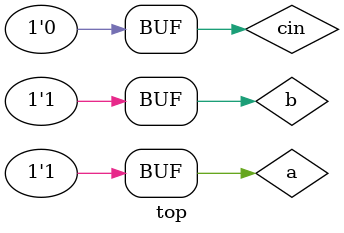
<source format=v>
`include "coe17b024_exp1_FullAdder_v1.v"

module top;

reg a, b,cin;
wire sum, ca;

     FullAdder FA_0(a,b,cin,sum,ca);

initial
begin
	a=0;
	b=0;
	cin=0;
	#10 cin=1;
	#10 b=1;
	#10 cin = 0;
	#10 a=1;
	#10 cin=1;
	#10 b=1;
	#10 cin = 0;
end

initial
begin
	$monitor($time, "a = %b, b = %b,cin = %b, Sum = %b, ca = %b",a,b,cin,sum, ca);
	$dumpfile("FullAdder.vcd");
	$dumpvars;
end

endmodule

</source>
